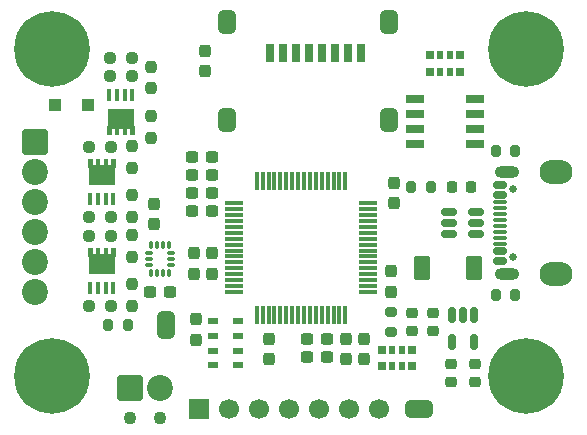
<source format=gbr>
%TF.GenerationSoftware,KiCad,Pcbnew,9.0.1*%
%TF.CreationDate,2025-05-21T17:24:49-04:00*%
%TF.ProjectId,control-module,636f6e74-726f-46c2-9d6d-6f64756c652e,rev?*%
%TF.SameCoordinates,Original*%
%TF.FileFunction,Soldermask,Top*%
%TF.FilePolarity,Negative*%
%FSLAX46Y46*%
G04 Gerber Fmt 4.6, Leading zero omitted, Abs format (unit mm)*
G04 Created by KiCad (PCBNEW 9.0.1) date 2025-05-21 17:24:49*
%MOMM*%
%LPD*%
G01*
G04 APERTURE LIST*
G04 Aperture macros list*
%AMRoundRect*
0 Rectangle with rounded corners*
0 $1 Rounding radius*
0 $2 $3 $4 $5 $6 $7 $8 $9 X,Y pos of 4 corners*
0 Add a 4 corners polygon primitive as box body*
4,1,4,$2,$3,$4,$5,$6,$7,$8,$9,$2,$3,0*
0 Add four circle primitives for the rounded corners*
1,1,$1+$1,$2,$3*
1,1,$1+$1,$4,$5*
1,1,$1+$1,$6,$7*
1,1,$1+$1,$8,$9*
0 Add four rect primitives between the rounded corners*
20,1,$1+$1,$2,$3,$4,$5,0*
20,1,$1+$1,$4,$5,$6,$7,0*
20,1,$1+$1,$6,$7,$8,$9,0*
20,1,$1+$1,$8,$9,$2,$3,0*%
%AMFreePoly0*
4,1,21,1.372500,0.787500,0.862500,0.787500,0.862500,0.532500,1.372500,0.532500,1.372500,0.127500,0.862500,0.127500,0.862500,-0.127500,1.372500,-0.127500,1.372500,-0.532500,0.862500,-0.532500,0.862500,-0.787500,1.372500,-0.787500,1.372500,-1.195000,0.612500,-1.195000,0.612500,-1.117500,-0.862500,-1.117500,-0.862500,1.117500,0.612500,1.117500,0.612500,1.195000,1.372500,1.195000,
1.372500,0.787500,1.372500,0.787500,$1*%
%AMFreePoly1*
4,1,23,0.500000,-0.750000,0.000000,-0.750000,0.000000,-0.745722,-0.065263,-0.745722,-0.191342,-0.711940,-0.304381,-0.646677,-0.396677,-0.554381,-0.461940,-0.441342,-0.495722,-0.315263,-0.495722,-0.250000,-0.500000,-0.250000,-0.500000,0.250000,-0.495722,0.250000,-0.495722,0.315263,-0.461940,0.441342,-0.396677,0.554381,-0.304381,0.646677,-0.191342,0.711940,-0.065263,0.745722,0.000000,0.745722,
0.000000,0.750000,0.500000,0.750000,0.500000,-0.750000,0.500000,-0.750000,$1*%
%AMFreePoly2*
4,1,23,0.000000,0.745722,0.065263,0.745722,0.191342,0.711940,0.304381,0.646677,0.396677,0.554381,0.461940,0.441342,0.495722,0.315263,0.495722,0.250000,0.500000,0.250000,0.500000,-0.250000,0.495722,-0.250000,0.495722,-0.315263,0.461940,-0.441342,0.396677,-0.554381,0.304381,-0.646677,0.191342,-0.711940,0.065263,-0.745722,0.000000,-0.745722,0.000000,-0.750000,-0.500000,-0.750000,
-0.500000,0.750000,0.000000,0.750000,0.000000,0.745722,0.000000,0.745722,$1*%
G04 Aperture macros list end*
%ADD10RoundRect,0.237500X0.237500X-0.250000X0.237500X0.250000X-0.237500X0.250000X-0.237500X-0.250000X0*%
%ADD11RoundRect,0.237500X-0.250000X-0.237500X0.250000X-0.237500X0.250000X0.237500X-0.250000X0.237500X0*%
%ADD12R,0.405000X0.990000*%
%ADD13FreePoly0,90.000000*%
%ADD14C,0.800000*%
%ADD15C,6.400000*%
%ADD16RoundRect,0.237500X0.237500X-0.300000X0.237500X0.300000X-0.237500X0.300000X-0.237500X-0.300000X0*%
%ADD17RoundRect,0.249999X-0.850001X0.850001X-0.850001X-0.850001X0.850001X-0.850001X0.850001X0.850001X0*%
%ADD18C,2.200000*%
%ADD19RoundRect,0.200000X-0.200000X-0.275000X0.200000X-0.275000X0.200000X0.275000X-0.200000X0.275000X0*%
%ADD20R,0.640000X0.700000*%
%ADD21R,0.500000X0.700000*%
%ADD22RoundRect,0.225000X-0.250000X0.225000X-0.250000X-0.225000X0.250000X-0.225000X0.250000X0.225000X0*%
%ADD23R,0.950000X0.550000*%
%ADD24RoundRect,0.237500X0.300000X0.237500X-0.300000X0.237500X-0.300000X-0.237500X0.300000X-0.237500X0*%
%ADD25FreePoly1,90.000000*%
%ADD26FreePoly2,90.000000*%
%ADD27RoundRect,0.087500X-0.087500X0.225000X-0.087500X-0.225000X0.087500X-0.225000X0.087500X0.225000X0*%
%ADD28RoundRect,0.087500X-0.225000X0.087500X-0.225000X-0.087500X0.225000X-0.087500X0.225000X0.087500X0*%
%ADD29RoundRect,0.237500X0.250000X0.237500X-0.250000X0.237500X-0.250000X-0.237500X0.250000X-0.237500X0*%
%ADD30RoundRect,0.237500X-0.237500X0.250000X-0.237500X-0.250000X0.237500X-0.250000X0.237500X0.250000X0*%
%ADD31RoundRect,0.200000X0.200000X0.275000X-0.200000X0.275000X-0.200000X-0.275000X0.200000X-0.275000X0*%
%ADD32RoundRect,0.150000X-0.150000X0.512500X-0.150000X-0.512500X0.150000X-0.512500X0.150000X0.512500X0*%
%ADD33FreePoly1,180.000000*%
%ADD34FreePoly2,180.000000*%
%ADD35RoundRect,0.250000X-0.300000X-0.300000X0.300000X-0.300000X0.300000X0.300000X-0.300000X0.300000X0*%
%ADD36C,1.100000*%
%ADD37RoundRect,0.249999X-0.850001X-0.850001X0.850001X-0.850001X0.850001X0.850001X-0.850001X0.850001X0*%
%ADD38RoundRect,0.237500X-0.237500X0.300000X-0.237500X-0.300000X0.237500X-0.300000X0.237500X0.300000X0*%
%ADD39RoundRect,0.150000X0.512500X0.150000X-0.512500X0.150000X-0.512500X-0.150000X0.512500X-0.150000X0*%
%ADD40RoundRect,0.190000X0.610000X0.190000X-0.610000X0.190000X-0.610000X-0.190000X0.610000X-0.190000X0*%
%ADD41R,0.800000X1.500000*%
%ADD42RoundRect,0.362500X-0.362500X-0.637500X0.362500X-0.637500X0.362500X0.637500X-0.362500X0.637500X0*%
%ADD43RoundRect,0.237500X-0.300000X-0.237500X0.300000X-0.237500X0.300000X0.237500X-0.300000X0.237500X0*%
%ADD44RoundRect,0.200000X-0.275000X0.200000X-0.275000X-0.200000X0.275000X-0.200000X0.275000X0.200000X0*%
%ADD45RoundRect,0.218750X0.256250X-0.218750X0.256250X0.218750X-0.256250X0.218750X-0.256250X-0.218750X0*%
%ADD46RoundRect,0.218750X0.218750X0.256250X-0.218750X0.256250X-0.218750X-0.256250X0.218750X-0.256250X0*%
%ADD47RoundRect,0.250000X0.450000X0.800000X-0.450000X0.800000X-0.450000X-0.800000X0.450000X-0.800000X0*%
%ADD48FreePoly0,270.000000*%
%ADD49C,0.650000*%
%ADD50RoundRect,0.150000X0.425000X-0.150000X0.425000X0.150000X-0.425000X0.150000X-0.425000X-0.150000X0*%
%ADD51RoundRect,0.075000X0.500000X-0.075000X0.500000X0.075000X-0.500000X0.075000X-0.500000X-0.075000X0*%
%ADD52O,2.100000X1.000000*%
%ADD53O,2.794000X2.032000*%
%ADD54RoundRect,0.237500X-0.237500X0.287500X-0.237500X-0.287500X0.237500X-0.287500X0.237500X0.287500X0*%
%ADD55RoundRect,0.075000X-0.700000X-0.075000X0.700000X-0.075000X0.700000X0.075000X-0.700000X0.075000X0*%
%ADD56RoundRect,0.075000X-0.075000X-0.700000X0.075000X-0.700000X0.075000X0.700000X-0.075000X0.700000X0*%
%ADD57R,1.700000X1.700000*%
%ADD58C,1.700000*%
G04 APERTURE END LIST*
%TO.C,JP2*%
G36*
X129298000Y-80668000D02*
G01*
X130798000Y-80668000D01*
X130798000Y-80368000D01*
X129298000Y-80368000D01*
X129298000Y-80668000D01*
G37*
%TO.C,JP1*%
G36*
X151646000Y-88380000D02*
G01*
X151346000Y-88380000D01*
X151346000Y-86880000D01*
X151646000Y-86880000D01*
X151646000Y-88380000D01*
G37*
%TD*%
D10*
%TO.C,R10*%
X127161000Y-78890500D03*
X127161000Y-77065500D03*
%TD*%
D11*
%TO.C,R13*%
X125325500Y-57912000D03*
X127150500Y-57912000D03*
%TD*%
D12*
%TO.C,Q3*%
X123634000Y-69810500D03*
X124294000Y-69810500D03*
X124954000Y-69810500D03*
X125614000Y-69810500D03*
D13*
X124624000Y-67818000D03*
%TD*%
D14*
%TO.C,H1*%
X158128000Y-84836000D03*
X158830944Y-83138944D03*
X158830944Y-86533056D03*
X160528000Y-82436000D03*
D15*
X160528000Y-84836000D03*
D14*
X160528000Y-87236000D03*
X162225056Y-83138944D03*
X162225056Y-86533056D03*
X162928000Y-84836000D03*
%TD*%
D11*
%TO.C,R20*%
X123584500Y-65405000D03*
X125409500Y-65405000D03*
%TD*%
D16*
%TO.C,C10*%
X132461000Y-76173500D03*
X132461000Y-74448500D03*
%TD*%
D17*
%TO.C,J1*%
X119004500Y-65024000D03*
D18*
X119004500Y-67564000D03*
X119004500Y-70104000D03*
X119004500Y-72644000D03*
X119004500Y-75184000D03*
X119004500Y-77724000D03*
%TD*%
D11*
%TO.C,R12*%
X123584500Y-72932000D03*
X125409500Y-72932000D03*
%TD*%
D19*
%TO.C,R2*%
X150813000Y-68834000D03*
X152463000Y-68834000D03*
%TD*%
D12*
%TO.C,Q1*%
X123634000Y-77337500D03*
X124294000Y-77337500D03*
X124954000Y-77337500D03*
X125614000Y-77337500D03*
D13*
X124624000Y-75345000D03*
%TD*%
D20*
%TO.C,RN2*%
X154940000Y-57658000D03*
D21*
X154070000Y-57658000D03*
X153270000Y-57658000D03*
D20*
X152400000Y-57658000D03*
X152400000Y-59058000D03*
D21*
X153270000Y-59058000D03*
X154070000Y-59058000D03*
D20*
X154940000Y-59058000D03*
%TD*%
D14*
%TO.C,H4*%
X117996000Y-57150000D03*
X118698944Y-55452944D03*
X118698944Y-58847056D03*
X120396000Y-54750000D03*
D15*
X120396000Y-57150000D03*
D14*
X120396000Y-59550000D03*
X122093056Y-55452944D03*
X122093056Y-58847056D03*
X122796000Y-57150000D03*
%TD*%
D22*
%TO.C,C1*%
X152654000Y-79489000D03*
X152654000Y-81039000D03*
%TD*%
D23*
%TO.C,U4*%
X134053000Y-80167000D03*
X134053000Y-81417000D03*
X134053000Y-82667000D03*
X134053000Y-83917000D03*
X136203000Y-83917000D03*
X136203000Y-82667000D03*
X136203000Y-81417000D03*
X136203000Y-80167000D03*
%TD*%
D24*
%TO.C,C12*%
X133958500Y-70866000D03*
X132233500Y-70866000D03*
%TD*%
D22*
%TO.C,C2*%
X154178000Y-83807000D03*
X154178000Y-85357000D03*
%TD*%
D25*
%TO.C,JP2*%
X130048000Y-81168000D03*
D26*
X130048000Y-79868000D03*
%TD*%
D27*
%TO.C,U5*%
X130290000Y-73767500D03*
X129790000Y-73767500D03*
X129290000Y-73767500D03*
X128790000Y-73767500D03*
D28*
X128627500Y-74430000D03*
X128627500Y-74930000D03*
X128627500Y-75430000D03*
D27*
X128790000Y-76092500D03*
X129290000Y-76092500D03*
X129790000Y-76092500D03*
X130290000Y-76092500D03*
D28*
X130452500Y-75430000D03*
X130452500Y-74930000D03*
X130452500Y-74430000D03*
%TD*%
D14*
%TO.C,H3*%
X117996000Y-84836000D03*
X118698944Y-83138944D03*
X118698944Y-86533056D03*
X120396000Y-82436000D03*
D15*
X120396000Y-84836000D03*
D14*
X120396000Y-87236000D03*
X122093056Y-83138944D03*
X122093056Y-86533056D03*
X122796000Y-84836000D03*
%TD*%
D29*
%TO.C,R14*%
X127150500Y-59436000D03*
X125325500Y-59436000D03*
%TD*%
D24*
%TO.C,C4*%
X143737500Y-81661000D03*
X142012500Y-81661000D03*
%TD*%
D30*
%TO.C,R16*%
X128778000Y-58650500D03*
X128778000Y-60475500D03*
%TD*%
D22*
%TO.C,C3*%
X156210000Y-83807000D03*
X156210000Y-85357000D03*
%TD*%
D30*
%TO.C,R19*%
X127161000Y-65381500D03*
X127161000Y-67206500D03*
%TD*%
D19*
%TO.C,R1*%
X125159000Y-80518000D03*
X126809000Y-80518000D03*
%TD*%
D31*
%TO.C,R8*%
X159638000Y-65786000D03*
X157988000Y-65786000D03*
%TD*%
D32*
%TO.C,U1*%
X156144000Y-79634500D03*
X155194000Y-79634500D03*
X154244000Y-79634500D03*
X154244000Y-81909500D03*
X156144000Y-81909500D03*
%TD*%
D31*
%TO.C,R7*%
X159638000Y-77978000D03*
X157988000Y-77978000D03*
%TD*%
D33*
%TO.C,JP1*%
X152146000Y-87630000D03*
D34*
X150846000Y-87630000D03*
%TD*%
D35*
%TO.C,D4*%
X120647000Y-61849000D03*
X123447000Y-61849000D03*
%TD*%
D30*
%TO.C,R15*%
X128778000Y-62841500D03*
X128778000Y-64666500D03*
%TD*%
D11*
%TO.C,R9*%
X123584500Y-78901000D03*
X125409500Y-78901000D03*
%TD*%
D36*
%TO.C,J5*%
X127000000Y-88392000D03*
X129540000Y-88392000D03*
D37*
X127000000Y-85852000D03*
D18*
X129540000Y-85852000D03*
%TD*%
D14*
%TO.C,H2*%
X158128000Y-57150000D03*
X158830944Y-55452944D03*
X158830944Y-58847056D03*
X160528000Y-54750000D03*
D15*
X160528000Y-57150000D03*
D14*
X160528000Y-59550000D03*
X162225056Y-55452944D03*
X162225056Y-58847056D03*
X162928000Y-57150000D03*
%TD*%
D38*
%TO.C,C16*%
X133359000Y-57272000D03*
X133359000Y-58997000D03*
%TD*%
D24*
%TO.C,C8*%
X133958500Y-69342000D03*
X132233500Y-69342000D03*
%TD*%
D16*
%TO.C,C14*%
X149098000Y-77697500D03*
X149098000Y-75972500D03*
%TD*%
D20*
%TO.C,RN1*%
X148336000Y-84012000D03*
D21*
X149206000Y-84012000D03*
X150006000Y-84012000D03*
D20*
X150876000Y-84012000D03*
X150876000Y-82612000D03*
D21*
X150006000Y-82612000D03*
X149206000Y-82612000D03*
D20*
X148336000Y-82612000D03*
%TD*%
D39*
%TO.C,U2*%
X156331500Y-72832000D03*
X156331500Y-71882000D03*
X156331500Y-70932000D03*
X154056500Y-70932000D03*
X154056500Y-71882000D03*
X154056500Y-72832000D03*
%TD*%
D30*
%TO.C,R11*%
X127161000Y-72908500D03*
X127161000Y-74733500D03*
%TD*%
D40*
%TO.C,SW1*%
X156210000Y-65151000D03*
X156210000Y-63881000D03*
X156210000Y-62611000D03*
X156210000Y-61341000D03*
X151130000Y-61341000D03*
X151130000Y-62611000D03*
X151130000Y-63881000D03*
X151130000Y-65151000D03*
%TD*%
D16*
%TO.C,C13*%
X133985000Y-76173500D03*
X133985000Y-74448500D03*
%TD*%
D24*
%TO.C,C7*%
X143737500Y-83185000D03*
X142012500Y-83185000D03*
%TD*%
%TO.C,C6*%
X133958500Y-66294000D03*
X132233500Y-66294000D03*
%TD*%
D38*
%TO.C,C11*%
X138811000Y-81687500D03*
X138811000Y-83412500D03*
%TD*%
D41*
%TO.C,J4*%
X138908000Y-57463000D03*
X140008000Y-57463000D03*
X141108000Y-57463000D03*
X142208000Y-57463000D03*
X143308000Y-57463000D03*
X144408000Y-57463000D03*
X145508000Y-57463000D03*
X146608000Y-57463000D03*
D42*
X135238000Y-54863000D03*
X135238000Y-63163000D03*
X148988000Y-54863000D03*
X148988000Y-63163000D03*
%TD*%
D10*
%TO.C,R18*%
X127161000Y-71363500D03*
X127161000Y-69538500D03*
%TD*%
D43*
%TO.C,C19*%
X128677500Y-77724000D03*
X130402500Y-77724000D03*
%TD*%
D38*
%TO.C,C17*%
X132588000Y-80010000D03*
X132588000Y-81735000D03*
%TD*%
%TO.C,C9*%
X146812000Y-81687500D03*
X146812000Y-83412500D03*
%TD*%
D44*
%TO.C,R3*%
X149098000Y-79439000D03*
X149098000Y-81089000D03*
%TD*%
D45*
%TO.C,D2*%
X150876000Y-81051500D03*
X150876000Y-79476500D03*
%TD*%
D46*
%TO.C,D1*%
X155854500Y-68834000D03*
X154279500Y-68834000D03*
%TD*%
D16*
%TO.C,C18*%
X129032000Y-71982500D03*
X129032000Y-70257500D03*
%TD*%
D24*
%TO.C,C5*%
X133958500Y-67818000D03*
X132233500Y-67818000D03*
%TD*%
D47*
%TO.C,D3*%
X156124000Y-75692000D03*
X151724000Y-75692000D03*
%TD*%
D11*
%TO.C,R17*%
X123584500Y-71374000D03*
X125409500Y-71374000D03*
%TD*%
D12*
%TO.C,Q2*%
X127228000Y-61033500D03*
X126568000Y-61033500D03*
X125908000Y-61033500D03*
X125248000Y-61033500D03*
D48*
X126238000Y-63026000D03*
%TD*%
D49*
%TO.C,J3*%
X159447000Y-74772000D03*
X159447000Y-68992000D03*
D50*
X158372000Y-75082000D03*
X158372000Y-74282000D03*
D51*
X158372000Y-73132000D03*
X158372000Y-72132000D03*
X158372000Y-71632000D03*
X158372000Y-70632000D03*
D50*
X158372000Y-69482000D03*
X158372000Y-68682000D03*
X158372000Y-68682000D03*
X158372000Y-69482000D03*
D51*
X158372000Y-70132000D03*
X158372000Y-71132000D03*
X158372000Y-72632000D03*
X158372000Y-73632000D03*
D50*
X158372000Y-74282000D03*
X158372000Y-75082000D03*
D52*
X158947000Y-76202000D03*
D53*
X163127000Y-76202000D03*
D52*
X158947000Y-67562000D03*
D53*
X163127000Y-67562000D03*
%TD*%
D54*
%TO.C,L1*%
X145288000Y-81675000D03*
X145288000Y-83425000D03*
%TD*%
D55*
%TO.C,U3*%
X135824000Y-70201000D03*
X135824000Y-70701000D03*
X135824000Y-71201000D03*
X135824000Y-71701000D03*
X135824000Y-72201000D03*
X135824000Y-72701000D03*
X135824000Y-73201000D03*
X135824000Y-73701000D03*
X135824000Y-74201000D03*
X135824000Y-74701000D03*
X135824000Y-75201000D03*
X135824000Y-75701000D03*
X135824000Y-76201000D03*
X135824000Y-76701000D03*
X135824000Y-77201000D03*
X135824000Y-77701000D03*
D56*
X137749000Y-79626000D03*
X138249000Y-79626000D03*
X138749000Y-79626000D03*
X139249000Y-79626000D03*
X139749000Y-79626000D03*
X140249000Y-79626000D03*
X140749000Y-79626000D03*
X141249000Y-79626000D03*
X141749000Y-79626000D03*
X142249000Y-79626000D03*
X142749000Y-79626000D03*
X143249000Y-79626000D03*
X143749000Y-79626000D03*
X144249000Y-79626000D03*
X144749000Y-79626000D03*
X145249000Y-79626000D03*
D55*
X147174000Y-77701000D03*
X147174000Y-77201000D03*
X147174000Y-76701000D03*
X147174000Y-76201000D03*
X147174000Y-75701000D03*
X147174000Y-75201000D03*
X147174000Y-74701000D03*
X147174000Y-74201000D03*
X147174000Y-73701000D03*
X147174000Y-73201000D03*
X147174000Y-72701000D03*
X147174000Y-72201000D03*
X147174000Y-71701000D03*
X147174000Y-71201000D03*
X147174000Y-70701000D03*
X147174000Y-70201000D03*
D56*
X145249000Y-68276000D03*
X144749000Y-68276000D03*
X144249000Y-68276000D03*
X143749000Y-68276000D03*
X143249000Y-68276000D03*
X142749000Y-68276000D03*
X142249000Y-68276000D03*
X141749000Y-68276000D03*
X141249000Y-68276000D03*
X140749000Y-68276000D03*
X140249000Y-68276000D03*
X139749000Y-68276000D03*
X139249000Y-68276000D03*
X138749000Y-68276000D03*
X138249000Y-68276000D03*
X137749000Y-68276000D03*
%TD*%
D16*
%TO.C,C15*%
X149352000Y-70204500D03*
X149352000Y-68479500D03*
%TD*%
D57*
%TO.C,J2*%
X132842000Y-87630000D03*
D58*
X135382000Y-87630000D03*
X137922000Y-87630000D03*
X140462000Y-87630000D03*
X143002000Y-87630000D03*
X145542000Y-87630000D03*
X148082000Y-87630000D03*
%TD*%
M02*

</source>
